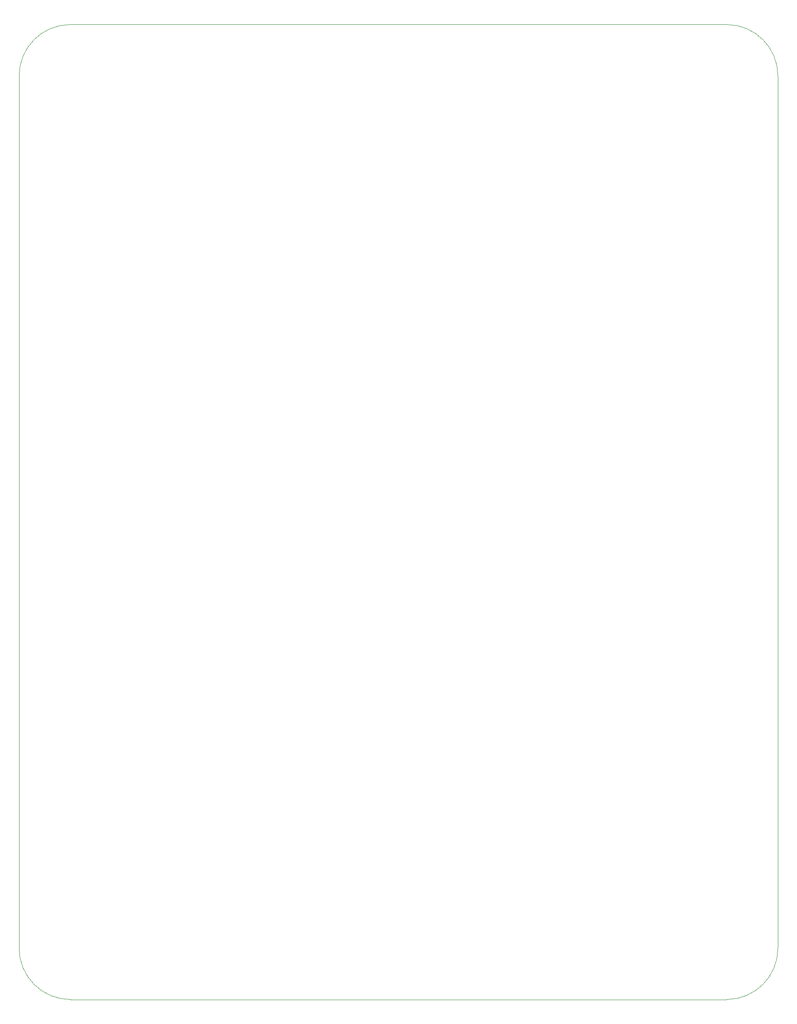
<source format=gbr>
%TF.GenerationSoftware,KiCad,Pcbnew,(5.1.9)-1*%
%TF.CreationDate,2021-11-07T02:37:45+01:00*%
%TF.ProjectId,SwitchBox,53776974-6368-4426-9f78-2e6b69636164,rev?*%
%TF.SameCoordinates,Original*%
%TF.FileFunction,Profile,NP*%
%FSLAX46Y46*%
G04 Gerber Fmt 4.6, Leading zero omitted, Abs format (unit mm)*
G04 Created by KiCad (PCBNEW (5.1.9)-1) date 2021-11-07 02:37:45*
%MOMM*%
%LPD*%
G01*
G04 APERTURE LIST*
%TA.AperFunction,Profile*%
%ADD10C,0.050000*%
%TD*%
G04 APERTURE END LIST*
D10*
X179290000Y-211370000D02*
X179290000Y-41370000D01*
X41290000Y-221370000D02*
X169290000Y-221370000D01*
X31290000Y-41370000D02*
X31290000Y-211370000D01*
X169290000Y-31370000D02*
X41290000Y-31370000D01*
X41290000Y-221370000D02*
G75*
G02*
X31290000Y-211370000I0J10000000D01*
G01*
X179290000Y-211370000D02*
G75*
G02*
X169290000Y-221370000I-10000000J0D01*
G01*
X169290000Y-31370000D02*
G75*
G02*
X179290000Y-41370000I0J-10000000D01*
G01*
X31290000Y-41370000D02*
G75*
G02*
X41290000Y-31370000I10000000J0D01*
G01*
M02*

</source>
